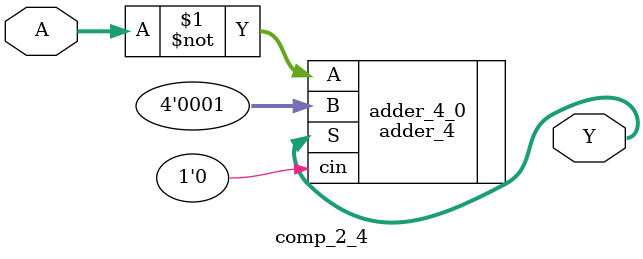
<source format=v>
`timescale 1ns / 1ps


module comp_2_4(
    input [3:0] A,
    output [3:0] Y
    );
    
    adder_4 adder_4_0 (.A(~A),.B({4'b0001}),.S(Y),.cin(1'b0));
    
endmodule

</source>
